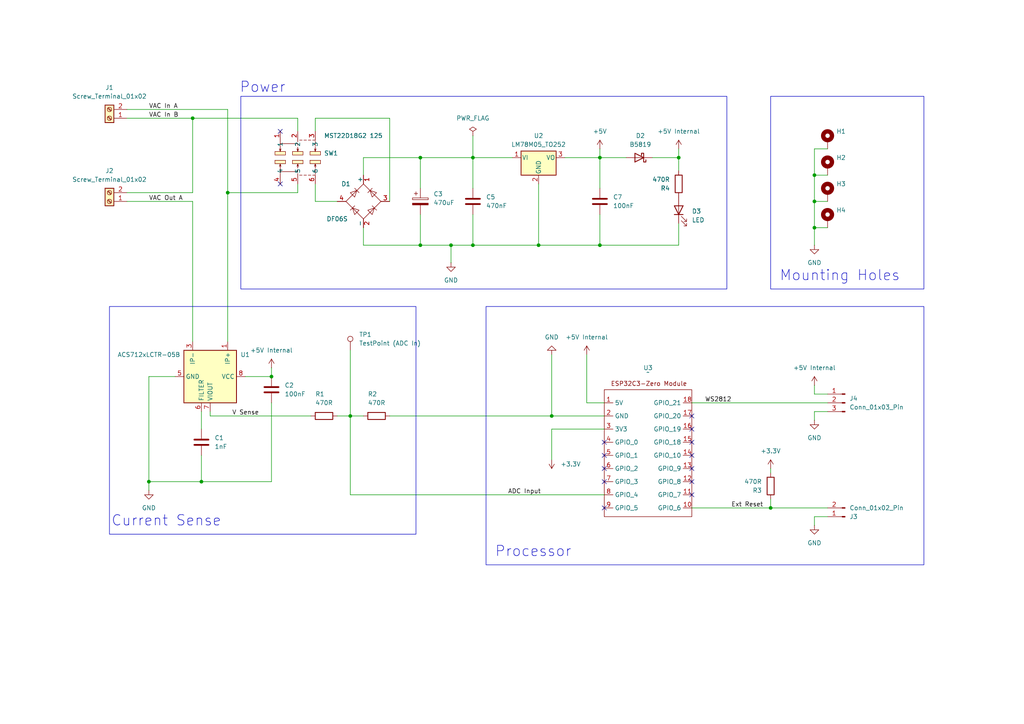
<source format=kicad_sch>
(kicad_sch (version 20250114) (generator "eeschema") (generator_version "9.0")
  (paper "A4")
  (title_block (title "Doorbell Detector Schematic v2"))
  (lib_symbols
    (symbol "Connector:Conn_01x02_Pin" (pin_names (offset 1.016) (hide yes))
      (property "Reference" "J" (at 0 2.54 0))
      (property "Value" "Conn_01x02_Pin" (at 0 -5.08 0))
      (symbol "Conn_01x02_Pin_1_1"
        (rectangle (start 0.8636 0.127) (end 0 -0.127) (stroke (width 0.1524)) (fill (type outline)))
        (rectangle (start 0.8636 -2.413) (end 0 -2.667) (stroke (width 0.1524)) (fill (type outline)))
        (polyline (pts (xy 1.27 0) (xy 0.8636 0)) (stroke (width 0.1524)))
        (polyline (pts (xy 1.27 -2.54) (xy 0.8636 -2.54)) (stroke (width 0.1524)))
        (pin passive line (at 5.08 0 180) (length 3.81) (name "Pin_1") (number "1"))
        (pin passive line (at 5.08 -2.54 180) (length 3.81) (name "Pin_2") (number "2"))
      )
    )
    (symbol "Connector:Conn_01x03_Pin" (pin_names (offset 1.016) (hide yes))
      (property "Reference" "J" (at 0 5.08 0))
      (property "Value" "Conn_01x03_Pin" (at 0 -5.08 0))
      (symbol "Conn_01x03_Pin_1_1"
        (rectangle (start 0.8636 2.667) (end 0 2.413) (stroke (width 0.1524)) (fill (type outline)))
        (rectangle (start 0.8636 0.127) (end 0 -0.127) (stroke (width 0.1524)) (fill (type outline)))
        (rectangle (start 0.8636 -2.413) (end 0 -2.667) (stroke (width 0.1524)) (fill (type outline)))
        (polyline (pts (xy 1.27 2.54) (xy 0.8636 2.54)) (stroke (width 0.1524)))
        (polyline (pts (xy 1.27 0) (xy 0.8636 0)) (stroke (width 0.1524)))
        (polyline (pts (xy 1.27 -2.54) (xy 0.8636 -2.54)) (stroke (width 0.1524)))
        (pin passive line (at 5.08 2.54 180) (length 3.81) (name "Pin_1") (number "1"))
        (pin passive line (at 5.08 0 180) (length 3.81) (name "Pin_2") (number "2"))
        (pin passive line (at 5.08 -2.54 180) (length 3.81) (name "Pin_3") (number "3"))
      )
    )
    (symbol "Connector:Screw_Terminal_01x02" (pin_names (offset 1.016) (hide yes))
      (property "Reference" "J" (at 0 2.54 0))
      (property "Value" "Screw_Terminal_01x02" (at 0 -5.08 0))
      (symbol "Screw_Terminal_01x02_1_1"
        (rectangle (start -1.27 1.27) (end 1.27 -3.81) (stroke (width 0.254)) (fill (type background)))
        (polyline (pts (xy -0.5334 0.3302) (xy 0.3302 -0.508)) (stroke (width 0.1524)))
        (polyline (pts (xy -0.5334 -2.2098) (xy 0.3302 -3.048)) (stroke (width 0.1524)))
        (polyline (pts (xy -0.3556 0.508) (xy 0.508 -0.3302)) (stroke (width 0.1524)))
        (polyline (pts (xy -0.3556 -2.032) (xy 0.508 -2.8702)) (stroke (width 0.1524)))
        (circle (center 0 0) (radius 0.635) (stroke (width 0.1524)))
        (circle (center 0 -2.54) (radius 0.635) (stroke (width 0.1524)))
        (pin passive line (at -5.08 0 0) (length 3.81) (name "Pin_1") (number "1"))
        (pin passive line (at -5.08 -2.54 0) (length 3.81) (name "Pin_2") (number "2"))
      )
    )
    (symbol "Connector:TestPoint" (pin_numbers (hide yes)) (pin_names (offset 0.762) (hide yes))
      (property "Reference" "TP" (at 0 6.858 0))
      (property "Value" "TestPoint" (at 0 5.08 0))
      (symbol "TestPoint_0_1"
        (circle (center 0 3.302) (radius 0.762))
      )
      (symbol "TestPoint_1_1"
        (pin passive line (at 0 0 90) (length 2.54) (name "1") (number "1"))
      )
    )
    (symbol "Device:C" (pin_numbers (hide yes)) (pin_names (offset 0.254))
      (property "Reference" "C" (at 0.635 2.54 0))
      (property "Value" "C" (at 0.635 -2.54 0))
      (symbol "C_0_1"
        (polyline (pts (xy -2.032 0.762) (xy 2.032 0.762)) (stroke (width 0.508)))
        (polyline (pts (xy -2.032 -0.762) (xy 2.032 -0.762)) (stroke (width 0.508)))
      )
      (symbol "C_1_1"
        (pin passive line (at 0 3.81 270) (length 2.794) (name "~") (number "1"))
        (pin passive line (at 0 -3.81 90) (length 2.794) (name "~") (number "2"))
      )
    )
    (symbol "Device:C_Polarized" (pin_numbers (hide yes)) (pin_names (offset 0.254))
      (property "Reference" "C" (at 0.635 2.54 0))
      (property "Value" "C_Polarized" (at 0.635 -2.54 0))
      (symbol "C_Polarized_0_1"
        (rectangle (start -2.286 0.508) (end 2.286 1.016))
        (polyline (pts (xy -1.778 2.286) (xy -0.762 2.286)))
        (polyline (pts (xy -1.27 2.794) (xy -1.27 1.778)))
        (rectangle (start 2.286 -0.508) (end -2.286 -1.016) (fill (type outline)))
      )
      (symbol "C_Polarized_1_1"
        (pin passive line (at 0 3.81 270) (length 2.794) (name "~") (number "1"))
        (pin passive line (at 0 -3.81 90) (length 2.794) (name "~") (number "2"))
      )
    )
    (symbol "Device:LED" (pin_numbers (hide yes)) (pin_names (offset 1.016) (hide yes))
      (property "Reference" "D" (at 0 2.54 0))
      (property "Value" "LED" (at 0 -2.54 0))
      (symbol "LED_0_1"
        (polyline (pts (xy -3.048 -0.762) (xy -4.572 -2.286) (xy -3.81 -2.286) (xy -4.572 -2.286) (xy -4.572 -1.524)))
        (polyline (pts (xy -1.778 -0.762) (xy -3.302 -2.286) (xy -2.54 -2.286) (xy -3.302 -2.286) (xy -3.302 -1.524)))
        (polyline (pts (xy -1.27 0) (xy 1.27 0)))
        (polyline (pts (xy -1.27 -1.27) (xy -1.27 1.27)) (stroke (width 0.254)))
        (polyline (pts (xy 1.27 -1.27) (xy 1.27 1.27) (xy -1.27 0) (xy 1.27 -1.27)) (stroke (width 0.254)))
      )
      (symbol "LED_1_1"
        (pin passive line (at -3.81 0 0) (length 2.54) (name "K") (number "1"))
        (pin passive line (at 3.81 0 180) (length 2.54) (name "A") (number "2"))
      )
    )
    (symbol "Device:R" (pin_numbers (hide yes)) (pin_names (offset 0))
      (property "Reference" "R" (at 2.032 0 90))
      (property "Value" "R" (at 0 0 90))
      (symbol "R_0_1"
        (rectangle (start -1.016 -2.54) (end 1.016 2.54) (stroke (width 0.254)))
      )
      (symbol "R_1_1"
        (pin passive line (at 0 3.81 270) (length 1.27) (name "~") (number "1"))
        (pin passive line (at 0 -3.81 90) (length 1.27) (name "~") (number "2"))
      )
    )
    (symbol "Diode:1N5817" (pin_numbers (hide yes)) (pin_names (offset 1.016) (hide yes))
      (property "Reference" "D" (at 0 2.54 0))
      (property "Value" "1N5817" (at 0 -2.54 0))
      (symbol "1N5817_0_1"
        (polyline (pts (xy -1.905 0.635) (xy -1.905 1.27) (xy -1.27 1.27) (xy -1.27 -1.27) (xy -0.635 -1.27) (xy -0.635 -0.635)) (stroke (width 0.254)))
        (polyline (pts (xy 1.27 1.27) (xy 1.27 -1.27) (xy -1.27 0) (xy 1.27 1.27)) (stroke (width 0.254)))
        (polyline (pts (xy 1.27 0) (xy -1.27 0)))
      )
      (symbol "1N5817_1_1"
        (pin passive line (at -3.81 0 0) (length 2.54) (name "K") (number "1"))
        (pin passive line (at 3.81 0 180) (length 2.54) (name "A") (number "2"))
      )
    )
    (symbol "Diode_Bridge:DF06S" (pin_names (offset 0))
      (property "Reference" "D" (at 2.54 6.985 0))
      (property "Value" "DF06S" (at 2.54 5.08 0))
      (symbol "DF06S_0_1"
        (polyline (pts (xy -5.08 0) (xy 0 -5.08) (xy 5.08 0) (xy 0 5.08) (xy -5.08 0)))
        (polyline (pts (xy -3.81 2.54) (xy -2.54 1.27) (xy -1.905 3.175) (xy -3.81 2.54)))
        (polyline (pts (xy -2.54 3.81) (xy -1.27 2.54)))
        (polyline (pts (xy -2.54 -1.27) (xy -3.81 -2.54) (xy -1.905 -3.175) (xy -2.54 -1.27)))
        (polyline (pts (xy -1.27 -2.54) (xy -2.54 -3.81)))
        (polyline (pts (xy 1.27 2.54) (xy 2.54 3.81) (xy 3.175 1.905) (xy 1.27 2.54)))
        (polyline (pts (xy 2.54 1.27) (xy 3.81 2.54)))
        (polyline (pts (xy 2.54 -1.27) (xy 3.81 -2.54)))
        (polyline (pts (xy 3.175 -1.905) (xy 1.27 -2.54) (xy 2.54 -3.81) (xy 3.175 -1.905)))
      )
      (symbol "DF06S_1_1"
        (pin passive line (at -7.62 0 0) (length 2.54) (name "-") (number "2"))
        (pin passive line (at 0 7.62 270) (length 2.54) (name "~") (number "4"))
        (pin passive line (at 0 -7.62 90) (length 2.54) (name "~") (number "3"))
        (pin passive line (at 7.62 0 180) (length 2.54) (name "+") (number "1"))
      )
    )
    (symbol "Mechanical:MountingHole_Pad" (pin_numbers (hide yes)) (pin_names (offset 1.016) (hide yes)) (in_bom no)
      (property "Reference" "H" (at 0 6.35 0))
      (property "Value" "MountingHole_Pad" (at 0 4.445 0))
      (symbol "MountingHole_Pad_0_1"
        (circle (center 0 1.27) (radius 1.27) (stroke (width 1.27)))
      )
      (symbol "MountingHole_Pad_1_1"
        (pin input line (at 0 -2.54 90) (length 2.54) (name "1") (number "1"))
      )
    )
    (symbol "Regulator_Linear:LM78M05_TO252" (pin_names (offset 0.254))
      (property "Reference" "U" (at -3.81 3.175 0))
      (property "Value" "LM78M05_TO252" (at 0 3.175 0))
      (symbol "LM78M05_TO252_0_1"
        (rectangle (start -5.08 1.905) (end 5.08 -5.08) (stroke (width 0.254)) (fill (type background)))
      )
      (symbol "LM78M05_TO252_1_1"
        (pin power_in line (at -7.62 0 0) (length 2.54) (name "VI") (number "1"))
        (pin power_in line (at 0 -7.62 90) (length 2.54) (name "GND") (number "2"))
        (pin power_out line (at 7.62 0 180) (length 2.54) (name "VO") (number "3"))
      )
    )
    (symbol "Sensor_Current:ACS712xLCTR-05B"
      (property "Reference" "U" (at 2.54 11.43 0))
      (property "Value" "ACS712xLCTR-05B" (at 2.54 8.89 0))
      (symbol "ACS712xLCTR-05B_0_1"
        (rectangle (start -7.62 7.62) (end 7.62 -7.62) (stroke (width 0.254)) (fill (type background)))
      )
      (symbol "ACS712xLCTR-05B_1_1"
        (pin passive line (at -10.16 5.08 0) (length 2.54) (name "IP+") (number "1"))
        (pin passive line (at -10.16 5.08 0) (length 2.54) (hide yes) (name "IP+") (number "2"))
        (pin passive line (at -10.16 -5.08 0) (length 2.54) (name "IP-") (number "3"))
        (pin passive line (at -10.16 -5.08 0) (length 2.54) (hide yes) (name "IP-") (number "4"))
        (pin power_in line (at 0 10.16 270) (length 2.54) (name "VCC") (number "8"))
        (pin power_in line (at 0 -10.16 90) (length 2.54) (name "GND") (number "5"))
        (pin output line (at 10.16 0 180) (length 2.54) (name "VIOUT") (number "7"))
        (pin passive line (at 10.16 -2.54 180) (length 2.54) (name "FILTER") (number "6"))
      )
    )
    (symbol "easyeda2kicad:MST22D18G2125"
      (property "Reference" "SW" (at 0 12.7 0))
      (property "Value" "MST22D18G2 125" (at 0 -12.7 0))
      (symbol "MST22D18G2125_0_1"
        (rectangle (start -6.6 1.78) (end -3.56 0.76) (fill (type background)))
        (rectangle (start -6.6 -0.76) (end -3.56 -1.78) (fill (type background)))
        (polyline (pts (xy -5.08 4.06) (xy -5.08 5.08)))
        (polyline (pts (xy -5.08 3.05) (xy -5.08 4.06) (xy 0 4.06)))
        (polyline (pts (xy -5.08 3.05) (xy -5.08 1.78) (xy -5.33 2.54)))
        (polyline (pts (xy -5.08 1.78) (xy -4.83 2.54)))
        (polyline (pts (xy -5.08 -1.78) (xy -4.83 -2.54)))
        (polyline (pts (xy -5.08 -3.05) (xy -5.08 -1.78) (xy -5.33 -2.54)))
        (polyline (pts (xy -5.08 -3.05) (xy -5.08 -4.06) (xy 0 -4.06)))
        (polyline (pts (xy -5.08 -4.06) (xy -5.08 -5.08)))
        (rectangle (start -1.52 1.78) (end 1.52 0.76) (fill (type background)))
        (rectangle (start -1.52 -0.76) (end 1.52 -1.78) (fill (type background)))
        (polyline (pts (xy 0 4.57) (xy 0 5.08)))
        (polyline (pts (xy 0 3.56) (xy 0 4.06)))
        (polyline (pts (xy 0 3.05) (xy 0 1.78) (xy -0.25 2.54)))
        (polyline (pts (xy 0 1.78) (xy 0.25 2.54)))
        (polyline (pts (xy 0 -1.78) (xy 0.25 -2.54)))
        (polyline (pts (xy 0 -3.05) (xy 0 -1.78) (xy -0.25 -2.54)))
        (polyline (pts (xy 0 -3.56) (xy 0 -4.06)))
        (polyline (pts (xy 0 -4.57) (xy 0 -5.08)))
        (polyline (pts (xy 0.51 5.08) (xy 1.27 5.08)))
        (polyline (pts (xy 0.51 -5.08) (xy 1.27 -5.08)))
        (polyline (pts (xy 1.78 5.08) (xy 2.54 5.08)))
        (polyline (pts (xy 1.78 -5.08) (xy 2.54 -5.08)))
        (polyline (pts (xy 3.05 5.08) (xy 3.81 5.08)))
        (polyline (pts (xy 3.05 -5.08) (xy 3.81 -5.08)))
        (rectangle (start 3.56 1.78) (end 6.6 0.76) (fill (type background)))
        (rectangle (start 3.56 -0.76) (end 6.6 -1.78) (fill (type background)))
        (polyline (pts (xy 4.32 5.08) (xy 5.08 5.08)))
        (polyline (pts (xy 4.32 -5.08) (xy 5.08 -5.08)))
        (polyline (pts (xy 5.08 4.83) (xy 5.08 4.32)))
        (polyline (pts (xy 5.08 4.06) (xy 5.08 3.3)))
        (polyline (pts (xy 5.08 3.05) (xy 5.08 1.78) (xy 4.83 2.54)))
        (polyline (pts (xy 5.08 1.78) (xy 5.33 2.54)))
        (polyline (pts (xy 5.08 -1.78) (xy 5.33 -2.54)))
        (polyline (pts (xy 5.08 -3.05) (xy 5.08 -1.78) (xy 4.83 -2.54)))
        (polyline (pts (xy 5.08 -4.06) (xy 5.08 -3.3)))
        (polyline (pts (xy 5.08 -4.83) (xy 5.08 -4.32)))
      )
      (symbol "MST22D18G2125_1_1"
        (pin passive line (at -5.08 7.62 270) (length 2.54) (name "1") (number "1"))
        (pin passive line (at -5.08 -7.62 90) (length 2.54) (name "4") (number "4"))
        (pin passive line (at 0 7.62 270) (length 2.54) (name "2") (number "2"))
        (pin passive line (at 0 -7.62 90) (length 2.54) (name "5") (number "5"))
        (pin passive line (at 5.08 7.62 270) (length 2.54) (name "3") (number "3"))
        (pin passive line (at 5.08 -7.62 90) (length 2.54) (name "6") (number "6"))
      )
    )
    (symbol "easyeda2kicad:esp32c3-zero"
      (property "Reference" "U" (at 10.16 -39.37 0))
      (symbol "esp32c3-zero_0_1"
        (rectangle (start -8.89 0) (end 16.51 -36.83))
      )
      (symbol "esp32c3-zero_1_1"
        (text "ESP32C3-Zero Module" (at 4.064 1.778 0) (effects (font (size 1.27 1.27))))
        (pin power_out line (at -8.89 -3.81 0) (length 2.54) (name "5V") (number "1"))
        (pin power_out line (at -8.89 -7.62 0) (length 2.54) (name "GND") (number "2"))
        (pin power_out line (at -8.89 -11.43 0) (length 2.54) (name "3V3") (number "3"))
        (pin bidirectional line (at -8.89 -15.24 0) (length 2.54) (name "GPIO_0") (number "4"))
        (pin bidirectional line (at -8.89 -19.05 0) (length 2.54) (name "GPIO_1") (number "5"))
        (pin bidirectional line (at -8.89 -22.86 0) (length 2.54) (name "GPIO_2") (number "6"))
        (pin bidirectional line (at -8.89 -26.67 0) (length 2.54) (name "GPIO_3") (number "7"))
        (pin bidirectional line (at -8.89 -30.48 0) (length 2.54) (name "GPIO_4") (number "8"))
        (pin bidirectional line (at -8.89 -34.29 0) (length 2.54) (name "GPIO_5") (number "9"))
        (pin bidirectional line (at 16.51 -3.81 180) (length 2.54) (name "GPIO_21") (number "18"))
        (pin bidirectional line (at 16.51 -7.62 180) (length 2.54) (name "GPIO_20") (number "17"))
        (pin bidirectional line (at 16.51 -11.43 180) (length 2.54) (name "GPIO_19") (number "16"))
        (pin bidirectional line (at 16.51 -15.24 180) (length 2.54) (name "GPIO_18") (number "15"))
        (pin bidirectional line (at 16.51 -19.05 180) (length 2.54) (name "GPIO_10") (number "14"))
        (pin bidirectional line (at 16.51 -22.86 180) (length 2.54) (name "GPIO_9") (number "13"))
        (pin bidirectional line (at 16.51 -26.67 180) (length 2.54) (name "GPIO_8") (number "12"))
        (pin bidirectional line (at 16.51 -30.48 180) (length 2.54) (name "GPIO_7") (number "11"))
        (pin bidirectional line (at 16.51 -34.29 180) (length 2.54) (name "GPIO_6") (number "10"))
      )
    )
    (symbol "power:+3.3V" (power) (pin_numbers (hide yes)) (pin_names (offset 0) (hide yes))
      (property "Value" "+3.3V" (at 0 3.556 0))
      (symbol "+3.3V_0_1"
        (polyline (pts (xy -0.762 1.27) (xy 0 2.54)))
        (polyline (pts (xy 0 2.54) (xy 0.762 1.27)))
        (polyline (pts (xy 0 0) (xy 0 2.54)))
      )
      (symbol "+3.3V_1_1"
        (pin power_in line (at 0 0 90) (length 0) (name "~") (number "1"))
      )
    )
    (symbol "power:+5V" (power) (pin_numbers (hide yes)) (pin_names (offset 0) (hide yes))
      (property "Value" "+5V" (at 0 3.556 0))
      (symbol "+5V_0_1"
        (polyline (pts (xy -0.762 1.27) (xy 0 2.54)))
        (polyline (pts (xy 0 2.54) (xy 0.762 1.27)))
        (polyline (pts (xy 0 0) (xy 0 2.54)))
      )
      (symbol "+5V_1_1"
        (pin power_in line (at 0 0 90) (length 0) (name "~") (number "1"))
      )
    )
    (symbol "power:GND" (power) (pin_numbers (hide yes)) (pin_names (offset 0) (hide yes))
      (property "Value" "GND" (at 0 -3.81 0))
      (symbol "GND_0_1"
        (polyline (pts (xy 0 0) (xy 0 -1.27) (xy 1.27 -1.27) (xy 0 -2.54) (xy -1.27 -1.27) (xy 0 -1.27)))
      )
      (symbol "GND_1_1"
        (pin power_in line (at 0 0 270) (length 0) (name "~") (number "1"))
      )
    )
    (symbol "power:PWR_FLAG" (power) (pin_numbers (hide yes)) (pin_names (offset 0) (hide yes))
      (property "Value" "PWR_FLAG" (at 0 3.81 0))
      (symbol "PWR_FLAG_0_0"
        (pin power_out line (at 0 0 90) (length 0) (name "~") (number "1"))
      )
      (symbol "PWR_FLAG_0_1"
        (polyline (pts (xy 0 0) (xy 0 1.27) (xy -1.016 1.905) (xy 0 2.54) (xy 1.016 1.905) (xy 0 1.27)))
      )
    )
  )
  (rectangle (start 140.97 88.9) (end 267.97 163.83))
  (rectangle (start 69.85 27.94) (end 210.82 83.82))
  (rectangle (start 31.75 88.9) (end 120.65 154.94))
  (rectangle (start 223.52 27.94) (end 267.97 83.82))
  (text "Processor\n" (at 143.51 160.02 0) (effects (font (size 3 3)) (justify left)))
  (text "Current Sense" (at 48.26 151.13 0) (effects (font (size 3 3))))
  (text "Mounting Holes\n" (at 226.06 80.01 0) (effects (font (size 3 3)) (justify left)))
  (text "Power" (at 76.2 25.4 0) (effects (font (size 3 3))))
  (junction (at 58.42 139.7))
  (junction (at 78.74 109.22))
  (junction (at 137.16 45.72))
  (junction (at 223.52 147.32))
  (junction (at 121.92 45.72))
  (junction (at 121.92 71.12))
  (junction (at 130.81 71.12))
  (junction (at 55.88 34.29))
  (junction (at 236.22 50.8))
  (junction (at 43.18 139.7))
  (junction (at 236.22 58.42))
  (junction (at 160.02 120.65))
  (junction (at 173.99 71.12))
  (junction (at 101.6 120.65))
  (junction (at 196.85 45.72))
  (junction (at 156.21 71.12))
  (junction (at 66.04 55.88))
  (junction (at 173.99 45.72))
  (junction (at 137.16 71.12))
  (junction (at 236.22 66.04))
  (no_connect (at 200.66 124.46))
  (no_connect (at 200.66 128.27))
  (no_connect (at 175.26 139.7))
  (no_connect (at 200.66 135.89))
  (no_connect (at 200.66 139.7))
  (no_connect (at 175.26 147.32))
  (no_connect (at 175.26 128.27))
  (no_connect (at 200.66 143.51))
  (no_connect (at 81.28 38.1))
  (no_connect (at 200.66 132.08))
  (no_connect (at 81.28 53.34))
  (no_connect (at 175.26 135.89))
  (no_connect (at 200.66 120.65))
  (no_connect (at 175.26 132.08))
  (wire (pts (xy 58.42 132.08) (xy 58.42 139.7)))
  (wire (pts (xy 91.44 34.29) (xy 91.44 38.1)))
  (wire (pts (xy 196.85 45.72) (xy 196.85 49.53)))
  (wire (pts (xy 170.18 102.87) (xy 170.18 116.84)))
  (wire (pts (xy 137.16 45.72) (xy 148.59 45.72)))
  (wire (pts (xy 60.96 120.65) (xy 90.17 120.65)))
  (wire (pts (xy 50.8 109.22) (xy 43.18 109.22)))
  (wire (pts (xy 121.92 45.72) (xy 121.92 54.61)))
  (wire (pts (xy 36.83 31.75) (xy 66.04 31.75)))
  (wire (pts (xy 91.44 58.42) (xy 97.79 58.42)))
  (wire (pts (xy 91.44 53.34) (xy 91.44 58.42)))
  (wire (pts (xy 223.52 147.32) (xy 223.52 144.78)))
  (wire (pts (xy 105.41 45.72) (xy 105.41 50.8)))
  (wire (pts (xy 137.16 45.72) (xy 137.16 54.61)))
  (wire (pts (xy 236.22 149.86) (xy 236.22 152.4)))
  (wire (pts (xy 137.16 71.12) (xy 156.21 71.12)))
  (wire (pts (xy 236.22 114.3) (xy 240.03 114.3)))
  (wire (pts (xy 175.26 143.51) (xy 101.6 143.51)))
  (wire (pts (xy 113.03 120.65) (xy 160.02 120.65)))
  (wire (pts (xy 55.88 58.42) (xy 55.88 99.06)))
  (wire (pts (xy 236.22 43.18) (xy 236.22 50.8)))
  (wire (pts (xy 173.99 62.23) (xy 173.99 71.12)))
  (wire (pts (xy 236.22 50.8) (xy 240.03 50.8)))
  (wire (pts (xy 173.99 43.18) (xy 173.99 45.72)))
  (wire (pts (xy 121.92 45.72) (xy 137.16 45.72)))
  (wire (pts (xy 223.52 147.32) (xy 240.03 147.32)))
  (wire (pts (xy 236.22 58.42) (xy 236.22 50.8)))
  (wire (pts (xy 66.04 55.88) (xy 66.04 99.06)))
  (wire (pts (xy 196.85 64.77) (xy 196.85 71.12)))
  (wire (pts (xy 97.79 120.65) (xy 101.6 120.65)))
  (wire (pts (xy 160.02 120.65) (xy 175.26 120.65)))
  (wire (pts (xy 160.02 124.46) (xy 175.26 124.46)))
  (wire (pts (xy 173.99 45.72) (xy 181.61 45.72)))
  (wire (pts (xy 78.74 116.84) (xy 78.74 139.7)))
  (wire (pts (xy 240.03 119.38) (xy 236.22 119.38)))
  (wire (pts (xy 160.02 133.35) (xy 160.02 124.46)))
  (wire (pts (xy 78.74 109.22) (xy 78.74 106.68)))
  (wire (pts (xy 236.22 119.38) (xy 236.22 121.92)))
  (wire (pts (xy 173.99 71.12) (xy 196.85 71.12)))
  (wire (pts (xy 101.6 101.6) (xy 101.6 120.65)))
  (wire (pts (xy 60.96 119.38) (xy 60.96 120.65)))
  (wire (pts (xy 196.85 43.18) (xy 196.85 45.72)))
  (wire (pts (xy 121.92 62.23) (xy 121.92 71.12)))
  (wire (pts (xy 200.66 147.32) (xy 223.52 147.32)))
  (wire (pts (xy 86.36 53.34) (xy 86.36 55.88)))
  (wire (pts (xy 236.22 66.04) (xy 236.22 71.12)))
  (wire (pts (xy 43.18 139.7) (xy 58.42 139.7)))
  (wire (pts (xy 137.16 39.37) (xy 137.16 45.72)))
  (wire (pts (xy 101.6 120.65) (xy 105.41 120.65)))
  (wire (pts (xy 66.04 55.88) (xy 86.36 55.88)))
  (wire (pts (xy 240.03 43.18) (xy 236.22 43.18)))
  (wire (pts (xy 160.02 102.87) (xy 160.02 120.65)))
  (wire (pts (xy 170.18 116.84) (xy 175.26 116.84)))
  (wire (pts (xy 105.41 45.72) (xy 121.92 45.72)))
  (wire (pts (xy 36.83 34.29) (xy 55.88 34.29)))
  (wire (pts (xy 156.21 71.12) (xy 173.99 71.12)))
  (wire (pts (xy 163.83 45.72) (xy 173.99 45.72)))
  (wire (pts (xy 189.23 45.72) (xy 196.85 45.72)))
  (wire (pts (xy 121.92 71.12) (xy 130.81 71.12)))
  (wire (pts (xy 91.44 34.29) (xy 113.03 34.29)))
  (wire (pts (xy 113.03 34.29) (xy 113.03 58.42)))
  (wire (pts (xy 36.83 55.88) (xy 55.88 55.88)))
  (wire (pts (xy 55.88 34.29) (xy 86.36 34.29)))
  (wire (pts (xy 43.18 109.22) (xy 43.18 139.7)))
  (wire (pts (xy 156.21 53.34) (xy 156.21 71.12)))
  (wire (pts (xy 55.88 34.29) (xy 55.88 55.88)))
  (wire (pts (xy 58.42 124.46) (xy 58.42 119.38)))
  (wire (pts (xy 43.18 139.7) (xy 43.18 142.24)))
  (wire (pts (xy 66.04 31.75) (xy 66.04 55.88)))
  (wire (pts (xy 86.36 34.29) (xy 86.36 38.1)))
  (wire (pts (xy 130.81 71.12) (xy 130.81 76.2)))
  (wire (pts (xy 240.03 58.42) (xy 236.22 58.42)))
  (wire (pts (xy 101.6 143.51) (xy 101.6 120.65)))
  (wire (pts (xy 240.03 66.04) (xy 236.22 66.04)))
  (wire (pts (xy 173.99 45.72) (xy 173.99 54.61)))
  (wire (pts (xy 71.12 109.22) (xy 78.74 109.22)))
  (wire (pts (xy 223.52 137.16) (xy 223.52 135.89)))
  (wire (pts (xy 236.22 66.04) (xy 236.22 58.42)))
  (wire (pts (xy 130.81 71.12) (xy 137.16 71.12)))
  (wire (pts (xy 200.66 116.84) (xy 240.03 116.84)))
  (wire (pts (xy 137.16 62.23) (xy 137.16 71.12)))
  (wire (pts (xy 36.83 58.42) (xy 55.88 58.42)))
  (wire (pts (xy 240.03 149.86) (xy 236.22 149.86)))
  (wire (pts (xy 236.22 111.76) (xy 236.22 114.3)))
  (wire (pts (xy 105.41 66.04) (xy 105.41 71.12)))
  (wire (pts (xy 58.42 139.7) (xy 78.74 139.7)))
  (wire (pts (xy 105.41 71.12) (xy 121.92 71.12)))
  (label "WS2812" (at 204.47 116.84 0))
  (label "Ext Reset" (at 212.09 147.32 0))
  (label "V Sense" (at 67.31 120.65 0))
  (label "VAC In B" (at 43.18 34.29 0))
  (label "ADC Input" (at 147.32 143.51 0))
  (label "VAC Out A" (at 43.18 58.42 0))
  (label "VAC In A" (at 43.18 31.75 0))
  (symbol (lib_id "Device:C") (at 78.74 113.03 0) (unit 1)
    (property "Reference" "C2" (at 82.55 111.7599 0) (effects (justify left)))
    (property "Value" "100nF" (at 82.55 114.2999 0) (effects (justify left)))
    (property "Footprint" "Capacitor_SMD:C_0805_2012Metric_Pad1.18x1.45mm_HandSolder" (effects (hide yes)))
    (property "Description" "Unpolarized capacitor" (effects (hide yes)))
    (property "LCSC" "C49678" (effects (hide yes)))
  )
  (symbol (lib_id "Mechanical:MountingHole_Pad") (at 240.03 48.26 0) (unit 1) (in_bom no)
    (property "Reference" "H2" (at 242.57 45.7199 0) (effects (justify left)))
    (property "Value" "MountingHole_Pad" (effects (hide yes)))
    (property "Footprint" "MountingHole:MountingHole_2.2mm_M2_Pad" (effects (hide yes)))
    (property "Description" "Mounting Hole with connection" (effects (hide yes)))
  )
  (symbol (lib_id "Mechanical:MountingHole_Pad") (at 240.03 40.64 0) (unit 1) (in_bom no)
    (property "Reference" "H1" (at 242.57 38.0999 0) (effects (justify left)))
    (property "Value" "MountingHole_Pad" (effects (hide yes)))
    (property "Footprint" "MountingHole:MountingHole_2.2mm_M2_Pad" (effects (hide yes)))
    (property "Description" "Mounting Hole with connection" (effects (hide yes)))
  )
  (symbol (lib_id "Device:R") (at 196.85 53.34 180) (unit 1)
    (property "Reference" "R4" (at 194.31 54.6101 0) (effects (justify left)))
    (property "Value" "470R" (at 194.31 52.0701 0) (effects (justify left)))
    (property "Footprint" "Resistor_SMD:R_0805_2012Metric_Pad1.20x1.40mm_HandSolder" (effects (hide yes)))
    (property "Description" "Resistor" (effects (hide yes)))
    (property "LCSC" "C17710" (effects (hide yes)))
  )
  (symbol (lib_id "Regulator_Linear:LM78M05_TO252") (at 156.21 45.72 0) (unit 1)
    (property "Reference" "U2" (at 156.21 39.37 0))
    (property "Value" "LM78M05_TO252" (at 156.21 41.91 0))
    (property "Footprint" "Package_TO_SOT_SMD:TO-252-2" (effects (hide yes)))
    (property "Datasheet" "https://www.onsemi.com/pub/Collateral/MC78M00-D.PDF" (effects (hide yes)))
    (property "Description" "Positive 500mA 35V Linear Regulator, Fixed Output 5V, TO-252 (D-PAK)" (effects (hide yes)))
    (property "LCSC" "C58069" (effects (hide yes)))
  )
  (symbol (lib_id "power:+5V") (at 196.85 43.18 0) (unit 1)
    (property "Reference" "#PWR08" (effects (hide yes)))
    (property "Value" "+5V Internal" (at 196.85 38.1 0))
    (property "Description" "Power symbol creates a global label with name \"+5V\"" (effects (hide yes)))
  )
  (symbol (lib_id "Mechanical:MountingHole_Pad") (at 240.03 63.5 0) (unit 1) (in_bom no)
    (property "Reference" "H4" (at 242.57 60.9599 0) (effects (justify left)))
    (property "Value" "MountingHole_Pad" (effects (hide yes)))
    (property "Footprint" "MountingHole:MountingHole_2.2mm_M2_Pad" (effects (hide yes)))
    (property "Description" "Mounting Hole with connection" (effects (hide yes)))
  )
  (symbol (lib_id "Diode_Bridge:DF06S") (at 105.41 58.42 90) (unit 1)
    (property "Reference" "D1" (at 100.33 53.34 90))
    (property "Value" "DF06S" (at 97.79 63.5 90))
    (property "Footprint" "Diode_SMD:Diode_Bridge_OnSemi_SDIP-4L" (effects (hide yes)))
    (property "Datasheet" "https://www.onsemi.com/download/data-sheet/pdf/df10s-d.pdf" (effects (hide yes)))
    (property "Description" "Bridge Rectifier, 420V Vrms, 1.5A If, SMDIP-4" (effects (hide yes)))
    (property "LCSC" "C105154" (effects (hide yes)))
  )
  (symbol (lib_id "Connector:Conn_01x03_Pin") (at 245.11 116.84 0) (mirror y) (unit 1)
    (property "Reference" "J4" (at 246.38 115.5699 0) (effects (justify right)))
    (property "Value" "Conn_01x03_Pin" (at 246.38 118.1099 0) (effects (justify right)))
    (property "Footprint" "Connector_JST:JST_EH_B3B-EH-A_1x03_P2.50mm_Vertical" (effects (hide yes)))
    (property "Description" "Generic connector, single row, 01x03, script generated" (effects (hide yes)))
  )
  (symbol (lib_id "Device:LED") (at 196.85 60.96 90) (unit 1)
    (property "Reference" "D3" (at 200.66 61.2774 90) (effects (justify right)))
    (property "Value" "LED" (at 200.66 63.8174 90) (effects (justify right)))
    (property "Footprint" "LED_SMD:LED_0805_2012Metric_Pad1.15x1.40mm_HandSolder" (effects (hide yes)))
    (property "Description" "Light emitting diode" (effects (hide yes)))
    (property "Sim.Pins" "1=K 2=A" (effects (hide yes)))
    (property "JLCPCB" "C84256" (effects (hide yes)))
    (property "LCSC" "C84256" (effects (hide yes)))
  )
  (symbol (lib_id "Device:C") (at 137.16 58.42 0) (unit 1)
    (property "Reference" "C5" (at 140.97 57.1499 0) (effects (justify left)))
    (property "Value" "470nF" (at 140.97 59.6899 0) (effects (justify left)))
    (property "Footprint" "Capacitor_SMD:C_0805_2012Metric_Pad1.18x1.45mm_HandSolder" (effects (hide yes)))
    (property "Description" "Unpolarized capacitor" (effects (hide yes)))
    (property "LCSC" "C13967" (effects (hide yes)))
  )
  (symbol (lib_id "power:+5V") (at 170.18 102.87 0) (unit 1)
    (property "Reference" "#PWR06" (effects (hide yes)))
    (property "Value" "+5V Internal" (at 170.18 97.79 0))
    (property "Description" "Power symbol creates a global label with name \"+5V\"" (effects (hide yes)))
  )
  (symbol (lib_id "power:+5V") (at 236.22 111.76 0) (unit 1)
    (property "Reference" "#PWR011" (effects (hide yes)))
    (property "Value" "+5V Internal" (at 236.22 106.68 0))
    (property "Description" "Power symbol creates a global label with name \"+5V\"" (effects (hide yes)))
  )
  (symbol (lib_id "power:GND") (at 160.02 102.87 180) (unit 1)
    (property "Reference" "#PWR05" (effects (hide yes)))
    (property "Value" "GND" (at 160.02 97.79 0))
    (property "Description" "Power symbol creates a global label with name \"GND\" , ground" (effects (hide yes)))
  )
  (symbol (lib_id "easyeda2kicad:MST22D18G2125") (at 86.36 45.72 0) (unit 1)
    (property "Reference" "SW1" (at 93.98 44.4499 0) (effects (justify left)))
    (property "Value" "MST22D18G2 125" (at 93.98 39.37 0) (effects (justify left)))
    (property "Footprint" "easyeda2kicad:SW-SMD_MST22D18G2" (effects (hide yes)))
    (property "LCSC Part" "C2906280" (effects (hide yes)))
    (property "LCSC" "C2906280" (effects (hide yes)))
  )
  (symbol (lib_id "Connector:Screw_Terminal_01x02") (at 31.75 34.29 180) (unit 1)
    (property "Reference" "J1" (at 31.75 25.4 0))
    (property "Value" "Screw_Terminal_01x02" (at 31.75 27.94 0))
    (property "Footprint" "easyeda2kicad:CONN-TH_P5.00_KF301-5.0-2P" (effects (hide yes)))
    (property "Description" "Generic screw terminal, single row, 01x02, script generated (kicad-library-utils/schlib/autogen/connector/)" (effects (hide yes)))
  )
  (symbol (lib_id "power:+3.3V") (at 223.52 135.89 0) (unit 1)
    (property "Reference" "#PWR09" (effects (hide yes)))
    (property "Value" "+3.3V" (at 223.52 130.81 0))
    (property "Description" "Power symbol creates a global label with name \"+3.3V\"" (effects (hide yes)))
  )
  (symbol (lib_id "Sensor_Current:ACS712xLCTR-05B") (at 60.96 109.22 270) (unit 1)
    (property "Reference" "U1" (at 71.12 102.87 90))
    (property "Value" "ACS712xLCTR-05B" (at 43.18 102.87 90))
    (property "Footprint" "Package_SO:SOIC-8_3.9x4.9mm_P1.27mm" (effects (hide yes)))
    (property "Datasheet" "http://www.allegromicro.com/~/media/Files/Datasheets/ACS712-Datasheet.ashx?la=en" (effects (hide yes)))
    (property "Description" "±5A Bidirectional Hall-Effect Current Sensor, +5.0V supply, 185mV/A, SOIC-8" (effects (hide yes)))
    (property "LCSC" "C44471" (effects (hide yes)))
  )
  (symbol (lib_id "Device:C") (at 58.42 128.27 0) (unit 1)
    (property "Reference" "C1" (at 62.23 126.9999 0) (effects (justify left)))
    (property "Value" "1nF" (at 62.23 129.5399 0) (effects (justify left)))
    (property "Footprint" "Capacitor_SMD:C_0805_2012Metric_Pad1.18x1.45mm_HandSolder" (effects (hide yes)))
    (property "Description" "Unpolarized capacitor" (effects (hide yes)))
    (property "LCSC" "C46653" (effects (hide yes)))
  )
  (symbol (lib_id "power:GND") (at 130.81 76.2 0) (unit 1)
    (property "Reference" "#PWR03" (effects (hide yes)))
    (property "Value" "GND" (at 130.81 81.28 0))
    (property "Description" "Power symbol creates a global label with name \"GND\" , ground" (effects (hide yes)))
  )
  (symbol (lib_id "power:GND") (at 43.18 142.24 0) (unit 1)
    (property "Reference" "#PWR01" (effects (hide yes)))
    (property "Value" "GND" (at 43.18 147.32 0))
    (property "Description" "Power symbol creates a global label with name \"GND\" , ground" (effects (hide yes)))
  )
  (symbol (lib_id "Device:C") (at 173.99 58.42 0) (unit 1)
    (property "Reference" "C7" (at 177.8 57.1499 0) (effects (justify left)))
    (property "Value" "100nF" (at 177.8 59.6899 0) (effects (justify left)))
    (property "Footprint" "Capacitor_SMD:C_0805_2012Metric_Pad1.18x1.45mm_HandSolder" (effects (hide yes)))
    (property "Description" "Unpolarized capacitor" (effects (hide yes)))
    (property "LCSC" "C49678" (effects (hide yes)))
  )
  (symbol (lib_id "Connector:Screw_Terminal_01x02") (at 31.75 58.42 180) (unit 1)
    (property "Reference" "J2" (at 31.75 49.53 0))
    (property "Value" "Screw_Terminal_01x02" (at 31.75 52.07 0))
    (property "Footprint" "easyeda2kicad:CONN-TH_P5.00_KF301-5.0-2P" (effects (hide yes)))
    (property "Description" "Generic screw terminal, single row, 01x02, script generated (kicad-library-utils/schlib/autogen/connector/)" (effects (hide yes)))
    (property "JLC" "C474881" (effects (hide yes)))
  )
  (symbol (lib_id "power:+5V") (at 78.74 106.68 0) (unit 1)
    (property "Reference" "#PWR02" (effects (hide yes)))
    (property "Value" "+5V Internal" (at 78.74 101.6 0))
    (property "Description" "Power symbol creates a global label with name \"+5V\"" (effects (hide yes)))
  )
  (symbol (lib_id "power:GND") (at 236.22 71.12 0) (unit 1)
    (property "Reference" "#PWR013" (effects (hide yes)))
    (property "Value" "GND" (at 236.22 76.2 0))
    (property "Description" "Power symbol creates a global label with name \"GND\" , ground" (effects (hide yes)))
  )
  (symbol (lib_id "power:+5V") (at 173.99 43.18 0) (unit 1)
    (property "Reference" "#PWR07" (effects (hide yes)))
    (property "Value" "+5V" (at 173.99 38.1 0))
    (property "Description" "Power symbol creates a global label with name \"+5V\"" (effects (hide yes)))
  )
  (symbol (lib_id "power:GND") (at 236.22 152.4 0) (unit 1)
    (property "Reference" "#PWR010" (effects (hide yes)))
    (property "Value" "GND" (at 236.22 157.48 0))
    (property "Description" "Power symbol creates a global label with name \"GND\" , ground" (effects (hide yes)))
  )
  (symbol (lib_id "Device:R") (at 109.22 120.65 90) (unit 1)
    (property "Reference" "R2" (at 106.68 114.2999 90) (effects (justify right)))
    (property "Value" "470R" (at 106.68 116.8399 90) (effects (justify right)))
    (property "Footprint" "Resistor_SMD:R_0805_2012Metric_Pad1.20x1.40mm_HandSolder" (effects (hide yes)))
    (property "Description" "Resistor" (effects (hide yes)))
    (property "LCSC" "C17710" (effects (hide yes)))
  )
  (symbol (lib_id "easyeda2kicad:esp32c3-zero") (at 184.15 113.03 0) (unit 1) (in_bom no)
    (property "Reference" "U3" (at 187.96 106.68 0))
    (property "Value" "~" (at 187.96 107.95 0))
    (property "Footprint" "easyeda2kicad:esp32c3-zero" (effects (hide yes)))
  )
  (symbol (lib_id "power:GND") (at 236.22 121.92 0) (unit 1)
    (property "Reference" "#PWR012" (effects (hide yes)))
    (property "Value" "GND" (at 236.22 127 0))
    (property "Description" "Power symbol creates a global label with name \"GND\" , ground" (effects (hide yes)))
  )
  (symbol (lib_id "power:+3.3V") (at 160.02 133.35 180) (unit 1)
    (property "Reference" "#PWR04" (effects (hide yes)))
    (property "Value" "+3.3V" (at 162.56 134.6199 0) (effects (justify right)))
    (property "Description" "Power symbol creates a global label with name \"+3.3V\"" (effects (hide yes)))
  )
  (symbol (lib_id "Connector:Conn_01x02_Pin") (at 245.11 149.86 180) (unit 1)
    (property "Reference" "J3" (at 246.38 149.8601 0) (effects (justify right)))
    (property "Value" "Conn_01x02_Pin" (at 246.38 147.3201 0) (effects (justify right)))
    (property "Footprint" "Connector_JST:JST_EH_B2B-EH-A_1x02_P2.50mm_Vertical" (effects (hide yes)))
    (property "Description" "Generic connector, single row, 01x02, script generated" (effects (hide yes)))
  )
  (symbol (lib_id "Device:R") (at 93.98 120.65 90) (unit 1)
    (property "Reference" "R1" (at 91.44 114.2999 90) (effects (justify right)))
    (property "Value" "470R" (at 91.44 116.8399 90) (effects (justify right)))
    (property "Footprint" "Resistor_SMD:R_0805_2012Metric_Pad1.20x1.40mm_HandSolder" (effects (hide yes)))
    (property "Description" "Resistor" (effects (hide yes)))
    (property "LCSC" "C17710" (effects (hide yes)))
  )
  (symbol (lib_id "Device:C_Polarized") (at 121.92 58.42 0) (unit 1)
    (property "Reference" "C3" (at 125.73 56.2609 0) (effects (justify left)))
    (property "Value" "470uF" (at 125.73 58.8009 0) (effects (justify left)))
    (property "Footprint" "Capacitor_SMD:CP_Elec_10x10.5" (effects (hide yes)))
    (property "Description" "Polarized capacitor" (effects (hide yes)))
    (property "LCSC" "C5162362" (effects (hide yes)))
  )
  (symbol (lib_id "power:PWR_FLAG") (at 137.16 39.37 0) (unit 1)
    (property "Reference" "#FLG01" (effects (hide yes)))
    (property "Value" "PWR_FLAG" (at 137.16 34.29 0))
    (property "Description" "Special symbol for telling ERC where power comes from" (effects (hide yes)))
  )
  (symbol (lib_id "Device:R") (at 223.52 140.97 180) (unit 1)
    (property "Reference" "R3" (at 220.98 142.2401 0) (effects (justify left)))
    (property "Value" "470R" (at 220.98 139.7001 0) (effects (justify left)))
    (property "Footprint" "Resistor_SMD:R_0805_2012Metric_Pad1.20x1.40mm_HandSolder" (effects (hide yes)))
    (property "Description" "Resistor" (effects (hide yes)))
    (property "LCSC" "C17710" (effects (hide yes)))
  )
  (symbol (lib_id "Mechanical:MountingHole_Pad") (at 240.03 55.88 0) (unit 1) (in_bom no)
    (property "Reference" "H3" (at 242.57 53.3399 0) (effects (justify left)))
    (property "Value" "MountingHole_Pad" (effects (hide yes)))
    (property "Footprint" "MountingHole:MountingHole_2.2mm_M2_Pad" (effects (hide yes)))
    (property "Description" "Mounting Hole with connection" (effects (hide yes)))
  )
  (symbol (lib_id "Diode:1N5817") (at 185.42 45.72 180) (unit 1)
    (property "Reference" "D2" (at 185.7375 39.37 0))
    (property "Value" "B5819" (at 185.7375 41.91 0))
    (property "Footprint" "Diode_SMD:D_SOD-123" (effects (hide yes)))
    (property "Datasheet" "http://www.vishay.com/docs/88525/1n5817.pdf" (effects (hide yes)))
    (property "Description" "20V 1A Schottky Barrier Rectifier Diode, DO-41" (effects (hide yes)))
    (property "LCSC" "C8598" (effects (hide yes)))
  )
  (symbol (lib_id "Connector:TestPoint") (at 101.6 101.6 0) (unit 1)
    (property "Reference" "TP1" (at 104.14 97.0279 0) (effects (justify left)))
    (property "Value" "TestPoint (ADC In)" (at 104.14 99.5679 0) (effects (justify left)))
    (property "Footprint" "TestPoint:TestPoint_THTPad_1.5x1.5mm_Drill0.7mm" (effects (hide yes)))
    (property "Description" "test point" (effects (hide yes)))
  )
)
</source>
